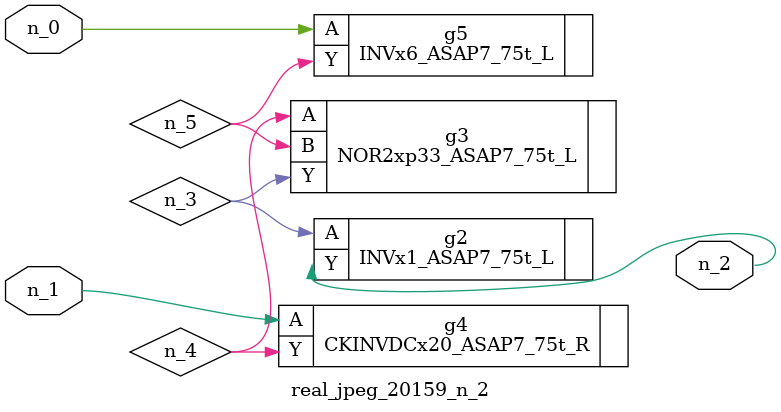
<source format=v>
module real_jpeg_20159_n_2 (n_1, n_0, n_2);

input n_1;
input n_0;

output n_2;

wire n_5;
wire n_4;
wire n_3;

INVx6_ASAP7_75t_L g5 ( 
.A(n_0),
.Y(n_5)
);

CKINVDCx20_ASAP7_75t_R g4 ( 
.A(n_1),
.Y(n_4)
);

INVx1_ASAP7_75t_L g2 ( 
.A(n_3),
.Y(n_2)
);

NOR2xp33_ASAP7_75t_L g3 ( 
.A(n_4),
.B(n_5),
.Y(n_3)
);


endmodule
</source>
